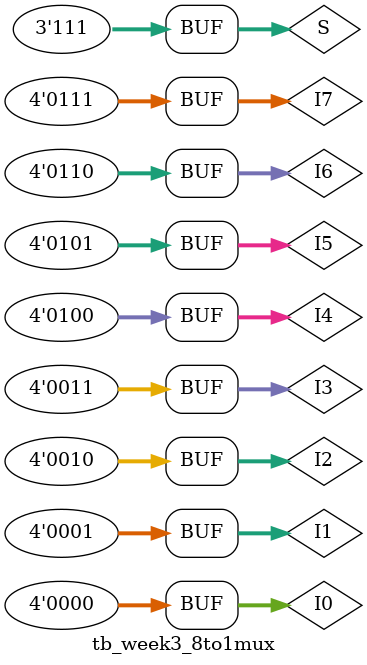
<source format=v>
`timescale 1ns / 1ps


module tb_week3_8to1mux();
reg[3:0] I0;
reg[3:0] I1;
reg[3:0] I2;
reg[3:0] I3;
reg[3:0] I4;
reg[3:0] I5;
reg[3:0] I6;
reg[3:0] I7;
reg[2:0] S;
wire[3:0] Y;
week3_8to1mux u(.I0(I0),.I1(I1),.I2(I2),.I3(I3),.I4(I4),.I5(I5),.I6(I6),.I7(I7),.S(S),.Y(Y));

initial begin
    I0=4'b0000; 
    I1=4'b0001; 
    I2=4'b0010; 
    I3=4'b0011; 
    I4=4'b0100; 
    I5=4'b0101; 
    I6=4'b0110; 
    I7=4'b0111;
    S=3'b000; #10
    S=3'b001; #10
    S=3'b010; #10
    S=3'b011; #10
    S=3'b100; #10
    S=3'b101; #10
    S=3'b110; #10
    S=3'b111;
end
endmodule

</source>
